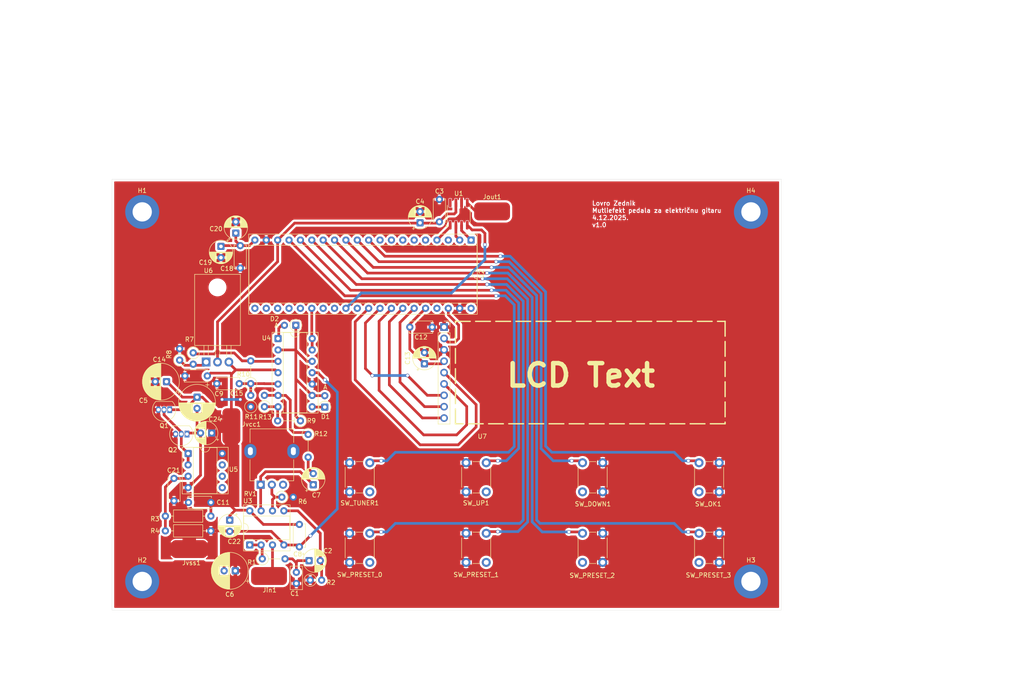
<source format=kicad_pcb>
(kicad_pcb (version 20241229) (generator "pcbnew") (generator_version "9.0")
  (layers (0 "F.Cu" signal) (2 "B.Cu" signal) (13 "F.Paste" user) (15 "B.Paste" user) (5 "F.SilkS" user "F.Silkscreen") (7 "B.SilkS" user "B.Silkscreen") (1 "F.Mask" user) (3 "B.Mask" user) (25 "Edge.Cuts" user))
  (property "CRTAO" "Lovro Zednik")
  (property "DATUM" "4.12.2025.")
  (property "IME_TIJELA" "Tehnička škola Daruvar")
  (property "MJERILO" "1:1")
  (property "NAZIV" "Pedala multiefekata za\\nelektričnu gitaru")
  (property "PREGLEDAO" "")
  (property "PREGLEDAO_DATUM" "")
  (property "TIJELO" "Škola")
  (property "VERZIJA" "1.0")
  (net 0 "")
  (net 1 "/IN")
  (net 4 "/LCD_VCC")
  (net 5 "/OUT")
  (net 9 "/BTN_PRESET0")
  (net 13 "/BTN_PRESET1")
  (net 16 "Net-(C1-Pad1)")
  (net 17 "/BTN_PRESET2")
  (net 18 "/DAC_BCLK")
  (net 19 "/DAC_DAT")
  (net 21 "GNDREF")
  (net 22 "Net-(U3B-+)")
  (net 23 "/DAC_LRCLK")
  (net 24 "+0V")
  (net 25 "+12V")
  (net 26 "Net-(C7-Pad2)")
  (net 27 "Net-(C7-Pad1)")
  (net 28 "Net-(D1-K)")
  (net 29 "Net-(D1-A)")
  (net 30 "Net-(D2-A)")
  (net 31 "Net-(Q1-B)")
  (net 32 "Net-(U3A--)")
  (net 33 "Net-(U5A-+)")
  (net 34 "Net-(U3B--)")
  (net 35 "Net-(U6-ADJ)")
  (net 36 "+5V")
  (net 37 "Net-(R13-Pad1)")
  (net 38 "/DAC_MCLK")
  (net 39 "/LCD_RST")
  (net 40 "/LCD_SCK")
  (net 41 "+3V3")
  (net 42 "/LCD_SDA")
  (net 43 "/LCD_CS")
  (net 44 "/LCD_CD")
  (net 45 "/BTN_PRESET3")
  (net 46 "/BTN_UP")
  (net 47 "/BTN_DOWN")
  (net 48 "/BTN_OK")
  (net 52 "/ADC_IN")
  (net 53 "Net-(U4B-+)")
  (net 54 "Net-(U4B--)")
  (net 59 "/BTN_TUNER")
  (footprint "Capacitor_THT:CP_Radial_D5.0mm_P2.50mm" (layer "F.Cu") (at 107.454678 93.90986 90)
    (property "Reference" "C13")
    (property "Value" "10u")
  )
  (footprint "Capacitor_THT:C_Disc_D5.0mm_W2.5mm_P5.00mm" (layer "F.Cu") (at 51.546867 119.5 -90)
    (property "Reference" "C21")
    (property "Value" "100n")
  )
  (footprint "Button_Switch_THT:SW_PUSH_6mm_H13mm" (layer "F.Cu") (at 121.25 131.75 -90)
    (property "Reference" "SW_PRESET_1")
    (property "Value" "SW_Push")
  )
  (footprint "Resistor_THT:R_Axial_DIN0207_L6.3mm_D2.5mm_P5.08mm_Vertical" (layer "F.Cu") (at 71.25027 137.456464)
    (property "Reference" "R1")
    (property "Value" "300")
  )
  (footprint "Capacitor_THT:C_Disc_D5.0mm_W2.5mm_P5.00mm" (layer "F.Cu") (at 59.778 124.864 180)
    (property "Reference" "C11")
    (property "Value" "100n")
  )
  (footprint "Resistor_THT:R_Axial_DIN0207_L6.3mm_D2.5mm_P2.54mm_Vertical" (layer "F.Cu") (at 68.672309 103.505 90)
    (property "Reference" "R11")
    (property "Value" "10k")
  )
  (footprint "Capacitor_THT:CP_Radial_D5.0mm_P2.50mm" (layer "F.Cu") (at 62.026937 67.710276 -90)
    (property "Reference" "C19")
    (property "Value" "10u")
  )
  (footprint "Connector_Wire:SolderWirePad_1x01_SMD_4x8mm" (layer "F.Cu") (at 72.759899 141.289608 -90)
    (property "Reference" "Jin1")
    (property "Value" "Conn_01x01_Pin")
  )
  (footprint "Diode_THT:D_DO-35_SOD27_P2.54mm_Vertical_AnodeUp" (layer "F.Cu") (at 85.204646 103.575538 90)
    (property "Reference" "D1")
    (property "Value" "1N4148")
  )
  (footprint "Button_Switch_THT:SW_PUSH_6mm_H13mm" (layer "F.Cu") (at 121.25 116 -90)
    (property "Reference" "SW_UP1")
    (property "Value" "SW_Push")
  )
  (footprint "Capacitor_THT:CP_Radial_D5.0mm_P2.50mm" (layer "F.Cu") (at 59.967112 109.37 180)
    (property "Reference" "C24")
    (property "Value" "10u")
  )
  (footprint "Capacitor_THT:CP_Radial_D8.0mm_P2.50mm" (layer "F.Cu") (at 65.236196 140.127557 180)
    (property "Reference" "C6")
    (property "Value" "680u")
  )
  (footprint "Resistor_THT:R_Axial_DIN0207_L6.3mm_D2.5mm_P2.54mm_Vertical" (layer "F.Cu") (at 55.829849 91.46426 -90)
    (property "Reference" "R7")
    (property "Value" "3k3")
  )
  (footprint "Connector_Wire:SolderWirePad_1x01_SMD_4x8mm" (layer "F.Cu") (at 64.35 107.846)
    (property "Reference" "Jvcc1")
    (property "Value" "Conn_01x01_Pin")
  )
  (footprint "Resistor_THT:R_Axial_DIN0207_L6.3mm_D2.5mm_P2.54mm_Vertical" (layer "F.Cu") (at 71.730875 103.498707 90)
    (property "Reference" "R13")
    (property "Value" "1k")
  )
  (footprint "Capacitor_THT:C_Disc_D5.0mm_W2.5mm_P5.00mm" (layer "F.Cu") (at 110.792 62.214 90)
    (property "Reference" "C3")
    (property "Value" "100n")
  )
  (footprint "Capacitor_THT:C_Disc_D5.0mm_W2.5mm_P2.50mm" (layer "F.Cu") (at 78.858693 140.45488 -90)
    (property "Reference" "C1")
    (property "Value" "15n")
  )
  (footprint "Capacitor_THT:CP_Radial_D5.0mm_P2.50mm" (layer "F.Cu") (at 63.990196 128.820223 -90)
    (property "Reference" "C22")
    (property "Value" "10u")
  )
  (footprint "Capacitor_THT:CP_Radial_D5.0mm_P2.50mm" (layer "F.Cu") (at 82.630496 120.917682 90)
    (property "Reference" "C7")
    (property "Value" "10u")
  )
  (footprint "Package_DIP:DIP-14_W7.62mm_Socket" (layer "F.Cu") (at 74.77 88.28)
    (property "Reference" "U4")
    (property "Value" "TL074")
  )
  (footprint "Resistor_THT:R_Axial_DIN0207_L6.3mm_D2.5mm_P5.08mm_Vertical" (layer "F.Cu") (at 79.77 106.642585 180)
    (property "Reference" "R9")
    (property "Value" "1k")
  )
  (footprint "Resistor_THT:R_Axial_DIN0207_L6.3mm_D2.5mm_P10.16mm_Horizontal" (layer "F.Cu") (at 59.778 131.214 180)
    (property "Reference" "R4")
    (property "Value" "10k")
  )
  (footprint "Resistor_THT:R_Axial_DIN0207_L6.3mm_D2.5mm_P2.54mm_Vertical" (layer "F.Cu") (at 81.961607 142.20647)
    (property "Reference" "R2")
    (property "Value" "300")
  )
  (footprint "Package_TO_SOT_THT:TO-220-3_Horizontal_TabDown" (layer "F.Cu") (at 58.717895 93.519423)
    (property "Reference" "U6")
    (property "Value" "LM317_TO-220")
  )
  (footprint "Capacitor_THT:CP_Radial_D5.0mm_P2.50mm" (layer "F.Cu") (at 106.474 62.443112 90)
    (property "Reference" "C4")
    (property "Value" "10u")
  )
  (footprint "Button_Switch_THT:SW_PUSH_6mm_H13mm" (layer "F.Cu") (at 142.75 122.5 90)
    (property "Reference" "SW_DOWN1")
    (property "Value" "SW_Push")
  )
  (footprint "Capacitor_THT:C_Disc_D5.0mm_W2.5mm_P5.00mm" (layer "F.Cu") (at 66.111074 98.342831 180)
    (property "Reference" "C15")
    (property "Value" "100n")
  )
  (footprint "Package_DIP:DIP-8_W7.62mm_Socket" (layer "F.Cu") (at 68.453728 134.352813 90)
    (property "Reference" "U3")
    (property "Value" "NE5532")
  )
  (footprint "Capacitor_THT:C_Disc_D5.0mm_W2.5mm_P5.00mm" (layer "F.Cu") (at 104.187497 85.725)
    (property "Reference" "C12")
    (property "Value" "100n")
  )
  (footprint "Diode_THT:D_DO-35_SOD27_P2.54mm_Vertical_AnodeUp" (layer "F.Cu") (at 78.74 85.317774 180)
    (property "Reference" "D2")
    (property "Value" "1N4148")
  )
  (footprint "Capacitor_THT:CP_Radial_D8.0mm_P2.50mm" (layer "F.Cu") (at 49.868851 97.901362 180)
    (property "Reference" "C5")
    (property "Value" "680u")
  )
  (footprint "Capacitor_THT:CP_Radial_D5.0mm_P2.50mm" (layer "F.Cu") (at 81.69765 137.860664)
    (property "Reference" "C2")
    (property "Value" "10u")
  )
  (footprint "Capacitor_THT:C_Disc_D5.0mm_W2.5mm_P5.00mm" (layer "F.Cu") (at 66.342 67.532 -90)
    (property "Reference" "C18")
    (property "Value" "100n")
  )
  (footprint "Package_SO:SOIC-8_3.9x4.9mm_P1.27mm" (layer "F.Cu") (at 115.11 60.476 90)
    (property "Reference" "U1")
    (property "Value" "CS4335")
  )
  (footprint "Button_Switch_THT:SW_PUSH_6mm_H13mm" (layer "F.Cu") (at 168.75 138.25 90)
    (property "Reference" "SW_PRESET_3")
    (property "Value" "SW_Push")
  )
  (footprint "MountingHole:MountingHole_4.3mm_M4_ISO7380_Pad" (layer "F.Cu") (at 180.34 60)
    (property "Reference" "H4")
    (property "Value" "MountingHole_Pad")
  )
  (footprint "Resistor_THT:R_Axial_DIN0207_L6.3mm_D2.5mm_P10.16mm_Horizontal" (layer "F.Cu") (at 49.618 127.912)
    (property "Reference" "R3")
    (property "Value" "10k")
  )
  (footprint "Resistor_THT:R_Axial_DIN0207_L6.3mm_D2.5mm_P2.54mm_Vertical" (layer "F.Cu") (at 75.622584 123.682417)
    (property "Reference" "R6")
    (property "Value" "300")
  )
  (footprint "ljepi:pot vertikalni 5 pin" (layer "F.Cu") (at 70.89177 120.911944 90)
    (property "Reference" "RV1")
    (property "Value" "R_Potentiometer_MountingPin")
  )
  (footprint "Package_DIP:DIP-8_W7.62mm_Socket" (layer "F.Cu") (at 54.698 113.942)
    (property "Reference" "U5")
    (property "Value" "LM358")
  )
  (footprint "Connector_Wire:SolderWirePad_1x01_SMD_4x8mm" (layer "F.Cu") (at 122.555643 59.895388 90)
    (property "Reference" "Jout1")
    (property "Value" "Conn_01x01_Pin")
  )
  (footprint "Capacitor_THT:C_Disc_D5.0mm_W2.5mm_P5.00mm" (layer "F.Cu") (at 79.530194 129.770172 -90)
    (property "Reference" "C8")
    (property "Value" "100n")
  )
  (footprint "Capacitor_THT:CP_Radial_D5.0mm_P2.50mm" (layer "F.Cu") (at 65.342 64.737112 90)
    (property "Reference" "C20")
    (property "Value" "100u")
  )
  (footprint "Button_Switch_THT:SW_PUSH_6mm_H13mm" (layer "F.Cu") (at 168.75 122.5 90)
    (property "Reference" "SW_OK1")
    (property "Value" "SW_Push")
  )
  (footprint "Button_Switch_THT:SW_PUSH_6mm_H13mm" (layer "F.Cu") (at 95.25 116 -90)
    (property "Reference" "SW_TUNER1")
    (property "Value" "SW_Push")
  )
  (footprint "Resistor_THT:R_Axial_DIN0207_L6.3mm_D2.5mm_P2.54mm_Vertical" (layer "F.Cu") (at 52.804196 93.09258 90)
    (property "Reference" "R8")
    (property "Value" "10k")
  )
  (footprint "Resistor_THT:R_Axial_DIN0207_L6.3mm_D2.5mm_P5.08mm_Vertical" (layer "F.Cu") (at 68.672309 98.33765 90)
    (property "Reference" "R10")
    (property "Value" "10k")
  )
  (footprint "MountingHole:MountingHole_4.3mm_M4_ISO7380_Pad" (layer "F.Cu") (at 180.34 142.5)
    (property "Reference" "H3")
    (property "Value" "MountingHole_Pad")
  )
  (footprint "Button_Switch_THT:SW_PUSH_6mm_H13mm" (layer "F.Cu") (at 142.75 138.25 90)
    (property "Reference" "SW_PRESET_2")
    (property "Value" "SW_Push")
  )
  (footprint "ljepi:PinSocket1x9_66mm_x_26mm" (layer "F.Cu") (at 111.83514 85.711103)
    (property "Reference" "U7")
    (property "Value" "UC1609C LCD Board")
  )
  (footprint "MountingHole:MountingHole_4.3mm_M4_ISO7380_Pad" (layer "F.Cu") (at 44.45 142.5)
    (property "Reference" "H2")
    (property "Value" "MountingHole_Pad")
  )
  (footprint "Button_Switch_THT:SW_PUSH_6mm_H13mm" (layer "F.Cu") (at 95.25 131.75 -90)
    (property "Reference" "SW_PRESET_0")
    (property "Value" "SW_Push")
  )
  (footprint "Connector_Wire:SolderWirePad_1x01_SMD_4x8mm" (layer "F.Cu") (at 54.952 135.278 -90)
    (property "Reference" "Jvss1")
    (property "Value" "Conn_01x01_Pin")
  )
  (footprint "Package_DIP:DIP-40_W15.24mm_Socket" (layer "F.Cu") (at 117.862 66.292 -90)
    (property "Reference" "U2")
    (property "Value" "WeAct STM32F411CEU6 v3.0")
  )
  (footprint "Capacitor_THT:CP_Radial_D8.0mm_P2.50mm" (layer "F.Cu") (at 56.69 101.37 -90)
    (property "Reference" "C9")
    (property "Value" "680u")
  )
  (footprint "MountingHole:MountingHole_4.3mm_M4_ISO7380_Pad" (layer "F.Cu") (at 44.45 60)
    (property "Reference" "H1")
    (property "Value" "MountingHole_Pad")
  )
  (footprint "Package_TO_SOT_THT:TO-92_Inline" (layer "F.Cu") (at 54.444 109.607587 180)
    (property "Reference" "Q2")
    (property "Value" "BC327")
  )
  (footprint "Capacitor_THT:C_Disc_D5.0mm_W2.5mm_P5.00mm" (layer "F.Cu") (at 58.983504 96.612986 180)
    (property "Reference" "C14")
    (property "Value" "100n")
  )
  (footprint "Package_TO_SOT_THT:TO-92_Inline" (layer "F.Cu") (at 50.594 104.164 180)
    (property "Reference" "Q1")
    (property "Value" "BC337")
  )
  (footprint "Resistor_THT:R_Axial_DIN0207_L6.3mm_D2.5mm_P5.08mm_Vertical" (layer "F.Cu") (at 81.494207 109.682403 -90)
    (property "Reference" "R12")
    (property "Value" "1k")
  )
  (gr_rect (start 37.7 52.7) (end 187.125 148.9) (stroke (width 0.05)) (fill no) (layer "Edge.Cuts"))
  (gr_text "${CRTAO}\nMutliefekt pedala za električnu gitaru\n${DATUM}\nv${VERZIJA}" (at 144.78 63.5 0) (layer "F.Cu" knockout) (effects (font (size 1 1) (thickness 0.2) (bold yes)) (justify left bottom)))
  (segment (start 73.533728 134.352813) (end 73.533728 140.515779) (width 0.6) (layer "F.Cu") (net 1))
  (segment (start 73.533728 140.515779) (end 72.759899 141.289608) (width 0.6) (layer "F.Cu") (net 1))
  (segment (start 111.256383 93.90986) (end 111.83514 93.331103) (width 0.6) (layer "F.Cu") (net 4))
  (segment (start 104.187497 88.385263) (end 104.187497 90.642679) (width 0.6) (layer "F.Cu") (net 4))
  (segment (start 107.454678 93.90986) (end 111.256383 93.90986) (width 0.6) (layer "F.Cu") (net 4))
  (segment (start 104.187497 90.642679) (end 107.454678 93.90986) (width 0.6) (layer "F.Cu") (net 4))
  (segment (start 104.187497 85.046503) (end 107.702 81.532) (width 0.6) (layer "F.Cu") (net 4))
  (segment (start 104.187497 88.385263) (end 104.187497 85.046503) (width 0.6) (layer "F.Cu") (net 4))
  (segment (start 117.015 58.001) (end 118.909388 59.895388) (width 0.6) (layer "F.Cu") (net 5))
  (segment (start 118.909388 59.895388) (end 122.555643 59.895388) (width 0.6) (layer "F.Cu") (net 5))
  (segment (start 97.79 131.445) (end 95.555 131.445) (width 0.6) (layer "F.Cu") (net 9))
  (segment (start 95.555 131.445) (end 95.25 131.75) (width 0.6) (layer "F.Cu") (net 9))
  (segment (start 92.21 76.2) (end 82.302 66.292) (width 0.6) (layer "F.Cu") (net 9))
  (segment (start 121.412 76.2) (end 92.21 76.2) (width 0.6) (layer "F.Cu") (net 9))
  (via (at 121.412 76.2) (size 0.8) (drill 0.6) (layers "F.Cu" "B.Cu") (net 9))
  (via (at 97.79 131.445) (size 0.8) (drill 0.6) (layers "F.Cu" "B.Cu") (net 9))
  (segment (start 100.965 129.54) (end 99.06 131.445) (width 0.6) (layer "B.Cu") (net 9))
  (segment (start 121.412 76.2) (end 125.781256 76.2) (width 0.6) (layer "B.Cu") (net 9))
  (segment (start 125.781256 76.2) (end 129.502 79.920744) (width 0.6) (layer "B.Cu") (net 9))
  (segment (start 128.759372 129.54) (end 100.965 129.54) (width 0.6) (layer "B.Cu") (net 9))
  (segment (start 129.502 79.920744) (end 129.502 128.797372) (width 0.6) (layer "B.Cu") (net 9))
  (segment (start 129.502 128.797372) (end 128.759372 129.54) (width 0.6) (layer "B.Cu") (net 9))
  (segment (start 99.06 131.445) (end 97.79 131.445) (width 0.6) (layer "B.Cu") (net 9))
  (segment (start 120.396 74.93) (end 93.48 74.93) (width 0.6) (layer "F.Cu") (net 13))
  (segment (start 93.48 74.93) (end 84.842 66.292) (width 0.6) (layer "F.Cu") (net 13))
  (segment (start 123.825 131.375551) (end 121.624449 131.375551) (width 0.6) (layer "F.Cu") (net 13))
  (segment (start 121.624449 131.375551) (end 121.25 131.75) (width 0.6) (layer "F.Cu") (net 13))
  (via (at 120.396 74.93) (size 0.8) (drill 0.6) (layers "F.Cu" "B.Cu") (net 13))
  (via (at 123.825 131.375551) (size 0.8) (drill 0.6) (layers "F.Cu" "B.Cu") (net 13))
  (segment (start 120.396 74.93) (end 125.926884 74.93) (width 0.6) (layer "B.Cu") (net 13))
  (segment (start 130.503 129.212) (end 128.339449 131.375551) (width 0.6) (layer "B.Cu") (net 13))
  (segment (start 128.339449 131.375551) (end 123.825 131.375551) (width 0.6) (layer "B.Cu") (net 13))
  (segment (start 125.926884 74.93) (end 130.503 79.506116) (width 0.6) (layer "B.Cu") (net 13))
  (segment (start 130.503 79.506116) (end 130.503 129.212) (width 0.6) (layer "B.Cu") (net 13))
  (segment (start 78.858693 138.358693) (end 78.858693 140.45488) (width 0.6) (layer "F.Cu") (net 16))
  (segment (start 78.75 138.25) (end 78.858693 138.358693) (width 0.6) (layer "F.Cu") (net 16))
  (segment (start 78.75 138.25) (end 79.139336 137.860664) (width 0.6) (layer "F.Cu") (net 16))
  (segment (start 77.956464 137.456464) (end 78.75 138.25) (width 0.6) (layer "F.Cu") (net 16))
  (segment (start 76.33027 137.456464) (end 77.956464 137.456464) (width 0.6) (layer "F.Cu") (net 16))
  (segment (start 79.139336 137.860664) (end 81.69765 137.860664) (width 0.6) (layer "F.Cu") (net 16))
  (segment (start 94.75 73.66) (end 87.382 66.292) (width 0.6) (layer "F.Cu") (net 17))
  (segment (start 121.412 73.66) (end 94.75 73.66) (width 0.6) (layer "F.Cu") (net 17))
  (segment (start 139.7 131.445) (end 142.445 131.445) (width 0.6) (layer "F.Cu") (net 17))
  (segment (start 142.445 131.445) (end 142.75 131.75) (width 0.6) (layer "F.Cu") (net 17))
  (via (at 121.412 73.66) (size 0.8) (drill 0.6) (layers "F.Cu" "B.Cu") (net 17))
  (via (at 139.7 131.445) (size 0.8) (drill 0.6) (layers "F.Cu" "B.Cu") (net 17))
  (segment (start 131.504 79.091488) (end 131.504 129.200402) (width 0.6) (layer "B.Cu") (net 17))
  (segment (start 121.412 73.66) (end 126.072512 73.66) (width 0.6) (layer "B.Cu") (net 17))
  (segment (start 131.504 129.200402) (end 133.748598 131.445) (width 0.6) (layer "B.Cu") (net 17))
  (segment (start 126.072512 73.66) (end 131.504 79.091488) (width 0.6) (layer "B.Cu") (net 17))
  (segment (start 133.748598 131.445) (end 139.7 131.445) (width 0.6) (layer "B.Cu") (net 17))
  (segment (start 114.475 62.951) (end 114.475 65.445) (width 0.6) (layer "F.Cu") (net 18))
  (segment (start 114.475 65.445) (end 115.322 66.292) (width 0.6) (layer "F.Cu") (net 18))
  (segment (start 113.205 62.951) (end 113.205 63.329) (width 0.6) (layer "F.Cu") (net 19))
  (segment (start 113.205 63.329) (end 110.242 66.292) (width 0.6) (layer "F.Cu") (net 19))
  (via (at 66.342 101.878) (size 0.8) (drill 0.6) (layers "F.Cu" "B.Cu") (net 21))
  (via (at 62.278 101.878) (size 0.8) (drill 0.6) (layers "F.Cu" "B.Cu") (net 21))
  (segment (start 66.342 101.878) (end 62.278 101.878) (width 0.6) (layer "B.Cu") (net 21))
  (segment (start 84.501607 138.164621) (end 84.19765 137.860664) (width 0.6) (layer "F.Cu") (net 22))
  (segment (start 76.073728 126.732813) (end 79.174772 126.732813) (width 0.6) (layer "F.Cu") (net 22))
  (segment (start 84.501607 142.20647) (end 84.501607 138.164621) (width 0.6) (layer "F.Cu") (net 22))
  (segment (start 79.174772 126.732813) (end 84.19765 131.755691) (width 0.6) (layer "F.Cu") (net 22))
  (segment (start 84.19765 131.755691) (end 84.19765 137.860664) (width 0.6) (layer "F.Cu") (net 22))
  (segment (start 115.745 62.951) (end 115.745 64.175) (width 0.6) (layer "F.Cu") (net 23))
  (segment (start 115.745 64.175) (end 117.862 66.292) (width 0.6) (layer "F.Cu") (net 23))
  (segment (start 57.467112 118.792888) (end 54.698 121.562) (width 0.6) (layer "F.Cu") (net 24))
  (segment (start 54.681587 109.37) (end 54.444 109.607587) (width 0.6) (layer "F.Cu") (net 24))
  (segment (start 83.732 95.9) (end 83.732 95.982) (width 0.6) (layer "F.Cu") (net 24))
  (segment (start 76.073728 134.132755) (end 76.073728 134.352813) (width 0.6) (layer "F.Cu") (net 24))
  (segment (start 57.467112 109.37) (end 54.681587 109.37) (width 0.6) (layer "F.Cu") (net 24))
  (segment (start 57.467112 109.37) (end 57.467112 118.792888) (width 0.6) (layer "F.Cu") (net 24))
  (segment (start 56.69 108.592888) (end 57.467112 109.37) (width 0.6) (layer "F.Cu") (net 24))
  (segment (start 56.69 103.87) (end 56.69 108.592888) (width 0.6) (layer "F.Cu") (net 24))
  (segment (start 79.128245 134.368223) (end 79.530194 134.770172) (width 0.6) (layer "F.Cu") (net 24))
  (segment (start 76.089138 134.368223) (end 79.128245 134.368223) (width 0.6) (layer "F.Cu") (net 24))
  (segment (start 62.736196 139.069516) (end 60.66668 137) (width 0.6) (layer "F.Cu") (net 24))
  (segment (start 63.356209 131.320223) (end 63.990196 131.320223) (width 0.6) (layer "F.Cu") (net 24))
  (segment (start 83.732 95.9) (end 82.39 95.9) (width 0.6) (layer "F.Cu") (net 24))
  (segment (start 82 132.300366) (end 79.530194 134.770172) (width 0.6) (layer "F.Cu") (net 24))
  (segment (start 63.249986 131.214) (end 63.356209 131.320223) (width 0.6) (layer "F.Cu") (net 24))
  (segment (start 76.073728 134.352813) (end 76.089138 134.368223) (width 0.6) (layer "F.Cu") (net 24))
  (segment (start 62.736196 140.127557) (end 62.736196 139.069516) (width 0.6) (layer "F.Cu") (net 24))
  (segment (start 63.990196 131.320223) (end 73.261196 131.320223) (width 0.6) (layer "F.Cu") (net 24))
  (segment (start 73.261196 131.320223) (end 76.073728 134.132755) (width 0.6) (layer "F.Cu") (net 24))
  (segment (start 83.732 95.982) (end 85.25 97.5) (width 0.6) (layer "F.Cu") (net 24))
  (segment (start 59.778 131.214) (end 63.249986 131.214) (width 0.6) (layer "F.Cu") (net 24))
  (via (at 82 132.300366) (size 0.8) (drill 0.6) (layers "F.Cu" "B.Cu") (net 24))
  (via (at 85.25 97.5) (size 0.8) (drill 0.6) (layers "F.Cu" "B.Cu") (net 24))
  (segment (start 88 126.300366) (end 82 132.300366) (width 0.6) (layer "B.Cu") (net 24))
  (segment (start 88 100.25) (end 88 126.300366) (width 0.6) (layer "B.Cu") (net 24))
  (segment (start 85.25 97.5) (end 88 100.25) (width 0.6) (layer "B.Cu") (net 24))
  (segment (start 59.112314 96.612986) (end 59.726622 95.998678) (width 0.6) (layer "F.Cu") (net 25))
  (segment (start 58.983504 96.612986) (end 59.112314 96.612986) (width 0.6) (layer "F.Cu") (net 25))
  (segment (start 63.797895 93.726106) (end 63.888 93.816211) (width 0.6) (layer "F.Cu") (net 25))
  (segment (start 63.990196 128.820223) (end 63.990196 127.820223) (width 0.6) (layer "F.Cu") (net 25))
  (segment (start 53.896 104.164) (end 56.69 101.37) (width 0.6) (layer "F.Cu") (net 25))
  (segment (start 63.888 93.816211) (end 63.888 93.836) (width 0.6) (layer "F.Cu") (net 25))
  (segment (start 49.963898 97.901362) (end 49.868851 97.901362) (width 0.6) (layer "F.Cu") (net 25))
  (segment (start 65.208182 126.602237) (end 66.617196 126.602237) (width 0.6) (layer "F.Cu") (net 25))
  (segment (start 63.888 93.836) (end 65.326 95.274) (width 0.6) (layer "F.Cu") (net 25))
  (segment (start 65.208182 126.602237) (end 64.081945 125.476) (width 0.6) (layer "F.Cu") (net 25))
  (segment (start 65.326 95.274) (end 64.35 96.25) (width 0.6) (layer "F.Cu") (net 25))
  (segment (start 59.778 124.864) (end 59.778 127.912) (width 0.6) (layer "F.Cu") (net 25))
  (segment (start 59.726622 95.998678) (end 64.098678 95.998678) (width 0.6) (layer "F.Cu") (net 25))
  (segment (start 56.69 101.37) (end 53.432536 101.37) (width 0.6) (layer "F.Cu") (net 25))
  (segment (start 68.323152 126.602237) (end 68.453728 126.732813) (width 0.6) (layer "F.Cu") (net 25))
  (segment (start 71.491087 129.770172) (end 79.530194 129.770172) (width 0.6) (layer "F.Cu") (net 25))
  (segment (start 74.77 95.9) (end 74.144 95.274) (width 0.6) (layer "F.Cu") (net 25))
  (segment (start 63.797895 93.519423) (end 63.797895 93.726106) (width 0.6) (layer "F.Cu") (net 25))
  (segment (start 56.69 101.37) (end 57.874 101.37) (width 0.6) (layer "F.Cu") (net 25))
  (segment (start 53.432536 101.37) (end 49.963898 97.901362) (width 0.6) (layer "F.Cu") (net 25))
  (segment (start 68.453728 126.732813) (end 71.491087 129.770172) (width 0.6) (layer "F.Cu") (net 25))
  (segment (start 66.617196 126.602237) (end 68.323152 126.602237) (width 0.6) (layer "F.Cu") (net 25))
  (segment (start 74.144 95.274) (end 65.326 95.274) (width 0.6) (layer "F.Cu") (net 25))
  (segment (start 50.594 104.164) (end 53.896 104.164) (width 0.6) (layer "F.Cu") (net 25))
  (segment (start 64.35 96.25) (end 64.35 107.846) (width 0.6) (layer "F.Cu") (net 25))
  (segment (start 64.098678 95.998678) (end 64.35 96.25) (width 0.6) (layer "F.Cu") (net 25))
  (segment (start 63.990196 127.820223) (end 65.208182 126.602237) (width 0.6) (layer "F.Cu") (net 25))
  (segment (start 57.874 101.37) (end 64.35 107.846) (width 0.6) (layer "F.Cu") (net 25))
  (segment (start 81.503776 117.290962) (end 82.630496 118.417682) (width 0.6) (layer "F.Cu") (net 26))
  (segment (start 81.503776 114.771972) (end 81.503776 117.290962) (width 0.6) (layer "F.Cu") (net 26))
  (segment (start 81.494207 114.762403) (end 81.503776 114.771972) (width 0.6) (layer "F.Cu") (net 26))
  (segment (start 70.89177 120.911944) (end 70.89177 126.630855) (width 0.6) (layer "F.Cu") (net 27))
  (segment (start 82.630496 120.917682) (end 79.712814 118) (width 0.6) (layer "F.Cu") (net 27))
  (segment (start 70.89177 126.630855) (end 70.993728 126.732813) (width 0.6) (layer "F.Cu") (net 27))
  (segment (start 72 118) (end 70.89177 119.10823) (width 0.6) (layer "F.Cu") (net 27))
  (segment (start 70.89177 119.10823) (end 70.89177 120.911944) (width 0.6) (layer "F.Cu") (net 27))
  (segment (start 79.712814 118) (end 72 118) (width 0.6) (layer "F.Cu") (net 27))
  (segment (start 82.445538 103.575538) (end 82.39 103.52) (width 0.6) (layer "F.Cu") (net 28))
  (segment (start 85.204646 103.575538) (end 82.445538 103.575538) (width 0.6) (layer "F.Cu") (net 28))
  (segment (start 80.01 106.402585) (end 79.77 106.642585) (width 0.6) (layer "F.Cu") (net 29))
  (segment (start 81.194317 93.36) (end 82.39 93.36) (width 0.6) (layer "F.Cu") (net 29))
  (segment (start 78.74 97.33) (end 78.74 97.155) (width 0.6) (layer "F.Cu") (net 29))
  (segment (start 79.2875 97.8775) (end 78.74 97.33) (width 0.6) (layer "F.Cu") (net 29))
  (segment (start 82.39 100.98) (end 79.2875 97.8775) (width 0.6) (layer "F.Cu") (net 29))
  (segment (start 79.85 92.015683) (end 78.654317 90.82) (width 0.6) (layer "F.Cu") (net 29))
  (segment (start 78.74 105.612585) (end 78.74 97.33) (width 0.6) (layer "F.Cu") (net 29))
  (segment (start 79.77 106.642585) (end 78.74 105.612585) (width 0.6) (layer "F.Cu") (net 29))
  (segment (start 79.85 92.015683) (end 81.194317 93.36) (width 0.6) (layer "F.Cu") (net 29))
  (segment (start 82.445538 101.035538) (end 82.39 100.98) (width 0.6) (layer "F.Cu") (net 29))
  (segment (start 78.74 85.317774) (end 78.74 97.155) (width 0.6) (layer "F.Cu") (net 29))
  (segment (start 85.204646 101.035538) (end 82.445538 101.035538) (width 0.6) (layer "F.Cu") (net 29))
  (segment (start 78.654317 90.82) (end 74.77 90.82) (width 0.6) (layer "F.Cu") (net 29))
  (segment (start 82.51 93.48) (end 82.39 93.36) (width 0.6) (layer "F.Cu") (net 29))
  (segment (start 74.93 88.12) (end 74.77 88.28) (width 0.6) (layer "F.Cu") (net 30))
  (segment (start 75.565 85.317774) (end 74.93 85.952774) (width 0.6) (layer "F.Cu") (net 30))
  (segment (start 74.93 85.952774) (end 74.93 88.12) (width 0.6) (layer "F.Cu") (net 30))
  (segment (start 76.2 85.317774) (end 75.565 85.317774) (width 0.6) (layer "F.Cu") (net 30))
  (segment (start 53.174 112.418) (end 54.698 113.942) (width 0.6) (layer "F.Cu") (net 31))
  (segment (start 53.174 109.174) (end 53.174 109.607587) (width 0.6) (layer "F.Cu") (net 31))
  (segment (start 49.324 104.164) (end 49.324 105.324) (width 0.6) (layer "F.Cu") (net 31))
  (segment (start 54.698 113.942) (end 54.698 116.482) (width 0.6) (layer "F.Cu") (net 31))
  (segment (start 49.324 105.324) (end 53.174 109.174) (width 0.6) (layer "F.Cu") (net 31))
  (segment (start 53.174 109.607587) (end 53.174 112.418) (width 0.6) (layer "F.Cu") (net 31))
  (segment (start 71.229196 137.43539) (end 71.25027 137.456464) (width 0.6) (layer "F.Cu") (net 32))
  (segment (start 71.229196 134.588281) (end 71.229196 137.43539) (width 0.6) (layer "F.Cu") (net 32))
  (segment (start 70.993728 134.352813) (end 71.229196 134.588281) (width 0.6) (layer "F.Cu") (net 32))
  (segment (start 70.993728 134.352813) (end 68.453728 134.352813) (width 0.6) (layer "F.Cu") (net 32))
  (segment (start 49.618 121.428867) (end 51.546867 119.5) (width 0.6) (layer "F.Cu") (net 33))
  (segment (start 49.618 127.912) (end 49.618 121.428867) (width 0.6) (layer "F.Cu") (net 33))
  (segment (start 54.22 119.5) (end 54.698 119.022) (width 0.6) (layer "F.Cu") (net 33))
  (segment (start 51.546867 119.5) (end 54.22 119.5) (width 0.6) (layer "F.Cu") (net 33))
  (segment (start 49.618 131.214) (end 49.618 127.912) (width 0.6) (layer "F.Cu") (net 33))
  (segment (start 73.39177 123) (end 74.074187 123.682417) (width 0.6) (layer "F.Cu") (net 34))
  (segment (start 73.533728 126.732813) (end 73.533728 124.222876) (width 0.6) (layer "F.Cu") (net 34))
  (segment (start 73.533728 124.222876) (end 74.074187 123.682417) (width 0.6) (layer "F.Cu") (net 34))
  (segment (start 73.39177 120.911944) (end 73.39177 123) (width 0.6) (layer "F.Cu") (net 34))
  (segment (start 74.074187 123.682417) (end 75.622584 123.682417) (width 0.6) (layer "F.Cu") (net 34))
  (segment (start 53.962755 94.251139) (end 52.804196 93.09258) (width 0.6) (layer "F.Cu") (net 35))
  (segment (start 58.23705 94.251139) (end 58.717895 93.770294) (width 0.6) (layer "F.Cu") (net 35))
  (segment (start 56.076728 94.251139) (end 58.23705 94.251139) (width 0.6) (layer "F.Cu") (net 35))
  (segment (start 55.829849 94.00426) (end 55.58297 94.251139) (width 0.6) (layer "F.Cu") (net 35))
  (segment (start 55.829849 94.00426) (end 56.076728 94.251139) (width 0.6) (layer "F.Cu") (net 35))
  (segment (start 58.717895 93.770294) (end 58.717895 93.519423) (width 0.6) (layer "F.Cu") (net 35))
  (segment (start 55.58297 94.251139) (end 53.962755 94.251139) (width 0.6) (layer "F.Cu") (net 35))
  (segment (start 74.682 66.292) (end 78.466 62.508) (width 0.6) (layer "F.Cu") (net 36))
  (segment (start 114.475 60.095) (end 114.114 60.456) (width 0.6) (layer "F.Cu") (net 36))
  (segment (start 56.076728 91.711139) (end 60.550861 91.711139) (width 0.6) (layer "F.Cu") (net 36))
  (segment (start 61.257895 93.519423) (end 61.262 93.515318) (width 0.6) (layer "F.Cu") (net 36))
  (segment (start 55.829849 91.46426) (end 56.076728 91.711139) (width 0.6) (layer "F.Cu") (net 36))
  (segment (start 66.75765 93.25765) (end 65 91.5) (width 0.6) (layer "F.Cu") (net 36))
  (segment (start 61.762 91.5) (end 61.262 91) (width 0.6) (layer "F.Cu") (net 36))
  (segment (start 74.77 93.36) (end 68.774659 93.36) (width 0.6) (layer "F.Cu") (net 36))
  (segment (start 61.262 93.515318) (end 61.262 91) (width 0.6) (layer "F.Cu") (net 36))
  (segment (start 78.466 62.508) (end 110.942999 62.508) (width 0.6) (layer "F.Cu") (net 36))
  (segment (start 112.55 60.456) (end 110.792 62.214) (width 0.6) (layer "F.Cu") (net 36))
  (segment (start 61.262 91) (end 61.262 90.194) (width 0.6) (layer "F.Cu") (net 36))
  (segment (start 60.550861 91.711139) (end 61.262 91) (width 0.6) (layer "F.Cu") (net 36))
  (segment (start 74.682 71.114) (end 74.682 66.292) (width 0.6) (layer "F.Cu") (net 36))
  (segment (start 61.262 90.194) (end 61.262 84.534) (width 0.6) (layer "F.Cu") (net 36))
  (segment (start 61.262 84.534) (end 74.682 71.114) (width 0.6) (layer "F.Cu") (net 36))
  (segment (start 65 91.5) (end 61.762 91.5) (width 0.6) (layer "F.Cu") (net 36))
  (segment (start 68.774659 93.36) (end 68.672309 93.25765) (width 0.6) (layer "F.Cu") (net 36))
  (segment (start 114.475 58.001) (end 114.475 60.095) (width 0.6) (layer "F.Cu") (net 36))
  (segment (start 114.114 60.456) (end 112.55 60.456) (width 0.6) (layer "F.Cu") (net 36))
  (segment (start 68.672309 93.25765) (end 66.75765 93.25765) (width 0.6) (layer "F.Cu") (net 36))
  (segment (start 71.730875 103.498707) (end 74.748707 103.498707) (width 0.6) (layer "F.Cu") (net 37))
  (segment (start 74.748707 103.498707) (end 74.77 103.52) (width 0.6) (layer "F.Cu") (net 37))
  (segment (start 74.69 106.642585) (end 74.69 103.6) (width 0.6) (layer "F.Cu") (net 37))
  (segment (start 74.69 103.6) (end 74.77 103.52) (width 0.6) (layer "F.Cu") (net 37))
  (segment (start 120.19 64.032) (end 118.096 64.032) (width 0.6) (layer "F.Cu") (net 38))
  (segment (start 118.096 64.032) (end 117.015 62.951) (width 0.6) (layer "F.Cu") (net 38))
  (segment (start 120.952 64.794) (end 120.19 64.032) (width 0.6) (layer "F.Cu") (net 38))
  (segment (start 120.952 67.31) (end 120.952 64.794) (width 0.6) (layer "F.Cu") (net 38))
  (via (at 120.952 67.31) (size 0.8) (drill 0.6) (layers "F.Cu" "B.Cu") (net 38))
  (segment (start 120.952 67.31) (end 120.952 70.636) (width 0.6) (layer "B.Cu") (net 38))
  (segment (start 113.483 78.105) (end 93.349 78.105) (width 0.6) (layer "B.Cu") (net 38))
  (segment (start 93.349 78.105) (end 89.922 81.532) (width 0.6) (layer "B.Cu") (net 38))
  (segment (start 120.952 70.636) (end 113.483 78.105) (width 0.6) (layer "B.Cu") (net 38))
  (segment (start 103.68 96.532) (end 103.592 96.532) (width 0.6) (layer "F.Cu") (net 39))
  (segment (start 108.099103 100.951103) (end 103.68 96.532) (width 0.6) (layer "F.Cu") (net 39))
  (segment (start 111.83514 100.951103) (end 108.099103 100.951103) (width 0.6) (layer "F.Cu") (net 39))
  (segment (start 95.842 96.532) (end 94.282 94.972) (width 0.6) (layer "F.Cu") (net 39))
  (segment (start 94.282 84.792) (end 97.542 81.532) (width 0.6) (layer "F.Cu") (net 39))
  (segment (start 94.282 94.972) (end 94.282 84.792) (width 0.6) (layer "F.Cu") (net 39))
  (via (at 103.68 96.532) (size 0.8) (drill 0.6) (layers "F.Cu" "B.Cu") (net 39))
  (via (at 95.806 96.544) (size 0.8) (drill 0.6) (layers "F.Cu" "B.Cu") (net 39))
  (segment (start 95.842 96.532) (end 103.592 96.532) (width 0.6) (layer "B.Cu") (net 39))
  (segment (start 119 108) (end 119 103.035963) (width 0.6) (layer "F.Cu") (net 40))
  (segment (start 119 103.035963) (end 111.83514 95.871103) (width 0.6) (layer "F.Cu") (net 40))
  (segment (start 95.002 81.532) (end 92 84.534) (width 0.6) (layer "F.Cu") (net 40))
  (segment (start 115 112) (end 119 108) (width 0.6) (layer "F.Cu") (net 40))
  (segment (start 106.5 112) (end 115 112) (width 0.6) (layer "F.Cu") (net 40))
  (segment (start 92 97.5) (end 106.5 112) (width 0.6) (layer "F.Cu") (net 40))
  (segment (start 92 84.534) (end 92 97.5) (width 0.6) (layer "F.Cu") (net 40))
  (segment (start 65.342 66.532) (end 66.342 67.532) (width 0.6) (layer "F.Cu") (net 41))
  (segment (start 115.092 85.282) (end 112.782 82.972) (width 0.6) (layer "F.Cu") (net 41))
  (segment (start 111.83514 88.251103) (end 112.656037 89.072) (width 0.6) (layer "F.Cu") (net 41))
  (segment (start 66.342 67.532) (end 62.205213 67.532) (width 0.6) (layer "F.Cu") (net 41))
  (segment (start 112.782 82.972) (end 112.782 81.532) (width 0.6) (layer "F.Cu") (net 41))
  (segment (start 65.342 64.737112) (end 65.342 66.532) (width 0.6) (layer "F.Cu") (net 41))
  (segment (start 62.205213 67.532) (end 62.026937 67.710276) (width 0.6) (layer "F.Cu") (net 41))
  (segment (start 65.342 64.737112) (end 65.000101 64.737112) (width 0.6) (layer "F.Cu") (net 41))
  (segment (start 115.092 88.282) (end 115.092 85.282) (width 0.6) (layer "F.Cu") (net 41))
  (segment (start 68.362 67.532) (end 69.602 66.292) (width 0.6) (layer "F.Cu") (net 41))
  (segment (start 69.302 65.992) (end 69.602 66.292) (width 0.6) (layer "F.Cu") (net 41))
  (segment (start 114.302 89.072) (end 115.092 88.282) (width 0.6) (layer "F.Cu") (net 41))
  (segment (start 112.656037 89.072) (end 114.302 89.072) (width 0.6) (layer "F.Cu") (net 41))
  (segment (start 66.342 67.532) (end 68.362 67.532) (width 0.6) (layer "F.Cu") (net 41))
  (segment (start 111.83514 98.411103) (end 112.656037 99.232) (width 0.6) (layer "F.Cu") (net 42))
  (segment (start 97.33 99.846) (end 97.33 84.414) (width 0.6) (layer "F.Cu") (net 42))
  (segment (start 107.266 109.782) (end 97.33 99.846) (width 0.6) (layer "F.Cu") (net 42))
  (segment (start 116.891 103.43947) (end 116.891 107.53453) (width 0.6) (layer "F.Cu") (net 42))
  (segment (start 112.656037 99.232) (end 112.68353 99.232) (width 0.6) (layer "F.Cu") (net 42))
  (segment (start 114.64353 109.782) (end 107.266 109.782) (width 0.6) (layer "F.Cu") (net 42))
  (segment (start 100.082 81.662) (end 100.082 81.532) (width 0.6) (layer "F.Cu") (net 42))
  (segment (start 112.68353 99.232) (end 116.891 103.43947) (width 0.6) (layer "F.Cu") (net 42))
  (segment (start 97.33 84.414) (end 100.082 81.662) (width 0.6) (layer "F.Cu") (net 42))
  (segment (start 116.891 107.53453) (end 114.64353 109.782) (width 0.6) (layer "F.Cu") (net 42))
  (segment (start 111.83514 106.031103) (end 111.804037 106) (width 0.6) (layer "F.Cu") (net 43))
  (segment (start 106.99 106) (end 99.616 98.626) (width 0.6) (layer "F.Cu") (net 43))
  (segment (start 99.616 98.626) (end 99.616 84.538) (width 0.6) (layer "F.Cu") (net 43))
  (segment (start 99.616 84.538) (end 102.622 81.532) (width 0.6) (layer "F.Cu") (net 43))
  (segment (start 111.804037 106) (end 106.99 106) (width 0.6) (layer "F.Cu") (net 43))
  (segment (start 102 84.694) (end 102 98) (width 0.6) (layer "F.Cu") (net 44))
  (segment (start 102 98) (end 107.491103 103.491103) (width 0.6) (layer "F.Cu") (net 44))
  (segment (start 107.491103 103.491103) (end 111.83514 103.491103) (width 0.6) (layer "F.Cu") (net 44))
  (segment (start 105.162 81.532) (end 102 84.694) (width 0.6) (layer "F.Cu") (net 44))
  (segment (start 96.02 72.39) (end 89.922 66.292) (width 0.6) (layer "F.Cu") (net 45))
  (segment (start 166.37 131.445) (end 168.445 131.445) (width 0.6) (layer "F.Cu") (net 45))
  (segment (start 122.428 72.39) (end 96.02 72.39) (width 0.6) (layer "F.Cu") (net 45))
  (segment (start 168.445 131.445) (end 168.75 131.75) (width 0.6) (layer "F.Cu") (net 45))
  (via (at 122.428 72.39) (size 0.8) (drill 0.6) (layers "F.Cu" "B.Cu") (net 45))
  (via (at 166.37 131.445) (size 0.8) (drill 0.6) (layers "F.Cu" "B.Cu") (net 45))
  (segment (start 163.195 129.54) (end 165.1 131.445) (width 0.6) (layer "B.Cu") (net 45))
  (segment (start 126.21814 72.39) (end 132.505 78.67686) (width 0.6) (layer "B.Cu") (net 45))
  (segment (start 165.1 131.445) (end 166.37 131.445) (width 0.6) (layer "B.Cu") (net 45))
  (segment (start 122.428 72.39) (end 126.21814 72.39) (width 0.6) (layer "B.Cu") (net 45))
  (segment (start 132.505 128.785774) (end 133.259226 129.54) (width 0.6) (layer "B.Cu") (net 45))
  (segment (start 132.505 78.67686) (end 132.505 128.785774) (width 0.6) (layer "B.Cu") (net 45))
  (segment (start 133.259226 129.54) (end 163.195 129.54) (width 0.6) (layer "B.Cu") (net 45))
  (segment (start 123.825 115.57) (end 121.68 115.57) (width 0.6) (layer "F.Cu") (net 46))
  (segment (start 122.428 77.5) (end 90.97 77.5) (width 0.6) (layer "F.Cu") (net 46))
  (segment (start 121.68 115.57) (end 121.25 116) (width 0.6) (layer "F.Cu") (net 46))
  (segment (start 90.97 77.5) (end 79.762 66.292) (width 0.6) (layer "F.Cu") (net 46))
  (via (at 123.825 115.57) (size 0.8) (drill 0.6) (layers "F.Cu" "B.Cu") (net 46))
  (via (at 122.428 77.5) (size 0.8) (drill 0.6) (layers "F.Cu" "B.Cu") (net 46))
  (segment (start 128.501 112.799) (end 125.73 115.57) (width 0.6) (layer "B.Cu") (net 46))
  (segment (start 128.501 80.335372) (end 128.501 112.799) (width 0.6) (layer "B.Cu") (net 46))
  (segment (start 122.428 77.5) (end 125.665628 77.5) (width 0.6) (layer "B.Cu") (net 46))
  (segment (start 125.665628 77.5) (end 128.501 80.335372) (width 0.6) (layer "B.Cu") (net 46))
  (segment (start 125.73 115.57) (end 123.825 115.57) (width 0.6) (layer "B.Cu") (net 46))
  (segment (start 142.32 115.57) (end 142.75 116) (width 0.6) (layer "F.Cu") (net 47))
  (segment (start 140.335 115.57) (end 142.32 115.57) (width 0.6) (layer "F.Cu") (net 47))
  (segment (start 97.29 71.12) (end 92.462 66.292) (width 0.6) (layer "F.Cu") (net 47))
  (segment (start 123.444 71.12) (end 97.29 71.12) (width 0.6) (layer "F.Cu") (net 47))
  (via (at 140.335 115.57) (size 0.8) (drill 0.6) (layers "F.Cu" "B.Cu") (net 47))
  (via (at 123.444 71.12) (size 0.8) (drill 0.6) (layers "F.Cu" "B.Cu") (net 47))
  (segment (start 133.506 112.8685) (end 136.2075 115.57) (width 0.6) (layer "B.Cu") (net 47))
  (segment (start 136.2075 115.57) (end 140.335 115.57) (width 0.6) (layer "B.Cu") (net 47))
  (segment (start 123.444 71.12) (end 126.363768 71.12) (width 0.6) (layer "B.Cu") (net 47))
  (segment (start 126.363768 71.12) (end 133.506 78.262232) (width 0.6) (layer "B.Cu") (net 47))
  (segment (start 133.506 78.262232) (end 133.506 112.8685) (width 0.6) (layer "B.Cu") (net 47))
  (segment (start 168.32 115.57) (end 168.75 116) (width 0.6) (layer "F.Cu") (net 48))
  (segment (start 166.37 115.57) (end 168.32 115.57) (width 0.6) (layer "F.Cu") (net 48))
  (segment (start 124.405 69.905) (end 98.615 69.905) (width 0.6) (layer "F.Cu") (net 48))
  (segment (start 98.615 69.905) (end 95.002 66.292) (width 0.6) (layer "F.Cu") (net 48))
  (via (at 124.405 69.905) (size 0.8) (drill 0.6) (layers "F.Cu" "B.Cu") (net 48))
  (via (at 166.37 115.57) (size 0.8) (drill 0.6) (layers "F.Cu" "B.Cu") (net 48))
  (segment (start 163.195 113.665) (end 135.89 113.665) (width 0.6) (layer "B.Cu") (net 48))
  (segment (start 134.507 112.282) (end 134.507 77.847604) (width 0.6) (layer "B.Cu") (net 48))
  (segment (start 166.37 115.57) (end 165.1 115.57) (width 0.6) (layer "B.Cu") (net 48))
  (segment (start 126.564396 69.905) (end 124.405 69.905) (width 0.6) (layer "B.Cu") (net 48))
  (segment (start 165.1 115.57) (end 163.195 113.665) (width 0.6) (layer "B.Cu") (net 48))
  (segment (start 135.89 113.665) (end 134.507 112.282) (width 0.6) (layer "B.Cu") (net 48))
  (segment (start 134.507 77.847604) (end 126.564396 69.905) (width 0.6) (layer "B.Cu") (net 48))
  (segment (start 82.302 88.192) (end 82.39 88.28) (width 0.6) (layer "F.Cu") (net 52))
  (segment (start 82.302 81.532) (end 82.302 88.192) (width 0.6) (layer "F.Cu") (net 52))
  (segment (start 82.39 88.28) (end 82.39 90.82) (width 0.6) (layer "F.Cu") (net 52))
  (segment (start 68.672309 98.33765) (end 71.672309 98.33765) (width 0.6) (layer "F.Cu") (net 53))
  (segment (start 71.672309 98.33765) (end 71.694659 98.36) (width 0.6) (layer "F.Cu") (net 53))
  (segment (start 68.672309 98.33765) (end 68.672309 100.530106) (width 0.6) (layer "F.Cu") (net 53))
  (segment (start 68.667128 98.342831) (end 68.672309 98.33765) (width 0.6) (layer "F.Cu") (net 53))
  (segment (start 71.694659 98.36) (end 74.69 98.36) (width 0.6) (layer "F.Cu") (net 53))
  (segment (start 68.672309 100.530106) (end 68.652431 100.549984) (width 0.6) (layer "F.Cu") (net 53))
  (segment (start 65.970722 98.342831) (end 68.667128 98.342831) (width 0.6) (layer "F.Cu") (net 53))
  (segment (start 74.69 98.36) (end 74.77 98.44) (width 0.6) (layer "F.Cu") (net 53))
  (segment (start 81.064721 109.252917) (end 78.252917 109.252917) (width 0.6) (layer "F.Cu") (net 54))
  (segment (start 74.748707 100.958707) (end 74.77 100.98) (width 0.6) (layer "F.Cu") (net 54))
  (segment (start 77.5 108.5) (end 77.5 102) (width 0.6) (layer "F.Cu") (net 54))
  (segment (start 81.494207 109.682403) (end 81.064721 109.252917) (width 0.6) (layer "F.Cu") (net 54))
  (segment (start 71.730875 100.958707) (end 74.748707 100.958707) (width 0.6) (layer "F.Cu") (net 54))
  (segment (start 78.252917 109.252917) (end 77.5 108.5) (width 0.6) (layer "F.Cu") (net 54))
  (segment (start 76.48 100.98) (end 74.77 100.98) (width 0.6) (layer "F.Cu") (net 54))
  (segment (start 77.5 102) (end 76.48 100.98) (width 0.6) (layer "F.Cu") (net 54))
  (segment (start 95.68 115.57) (end 95.25 116) (width 0.6) (layer "F.Cu") (net 59))
  (segment (start 123.444 78.74) (end 89.67 78.74) (width 0.6) (layer "F.Cu") (net 59))
  (segment (start 89.67 78.74) (end 77.222 66.292) (width 0.6) (layer "F.Cu") (net 59))
  (segment (start 97.79 115.57) (end 95.68 115.57) (width 0.6) (layer "F.Cu") (net 59))
  (via (at 97.79 115.57) (size 0.8) (drill 0.6) (layers "F.Cu" "B.Cu") (net 59))
  (via (at 123.444 78.74) (size 0.8) (drill 0.6) (layers "F.Cu" "B.Cu") (net 59))
  (segment (start 99.06 115.57) (end 97.79 115.57) (width 0.6) (layer "B.Cu") (net 59))
  (segment (start 125.49 78.74) (end 127.5 80.75) (width 0.6) (layer "B.Cu") (net 59))
  (segment (start 127.5 112.384372) (end 126.219372 113.665) (width 0.6) (layer "B.Cu") (net 59))
  (segment (start 127.5 80.75) (end 127.5 112.384372) (width 0.6) (layer "B.Cu") (net 59))
  (segment (start 126.219372 113.665) (end 100.965 113.665) (width 0.6) (layer "B.Cu") (net 59))
  (segment (start 100.965 113.665) (end 99.06 115.57) (width 0.6) (layer "B.Cu") (net 59))
  (segment (start 123.444 78.74) (end 125.49 78.74) (width 0.6) (layer "B.Cu") (net 59))
  (zone (net 25) (net_name "+12V") (layer "F.Cu") (priority 5) (connect_pads (clearance 0.5)) (min_thickness 0.25) (fill yes (thermal_gap 0.3) (thermal_bridge_width 4))
    (polygon (pts (xy 66.128 113.434) (xy 66.128 125.88) (xy 55.968 125.849833) (xy 55.968 104.29) (xy 66.128 104.29)))
  )
  (zone (net 21) (net_name "GNDREF") (layer "F.Cu") (priority 2) (connect_pads (clearance 0.5)) (min_thickness 0.25) (fill yes (thermal_gap 0.3) (thermal_bridge_width 0.8))
    (polygon (pts (xy 12.7 12.7) (xy 241.3 12.7) (xy 241.3 164.9) (xy 12.7 164.9)))
  )
  (zone (net 24) (net_name "+0V") (layer "F.Cu") (priority 3) (connect_pads (clearance 0.5)) (min_thickness 0.25) (fill yes (thermal_gap 0.3) (thermal_bridge_width 0.8))
    (polygon (pts (xy 48.602 137.564) (xy 48.602 124.61) (xy 52.92 120.292) (xy 61.302 120.292) (xy 61.302 137.564)))
  )
)
</source>
